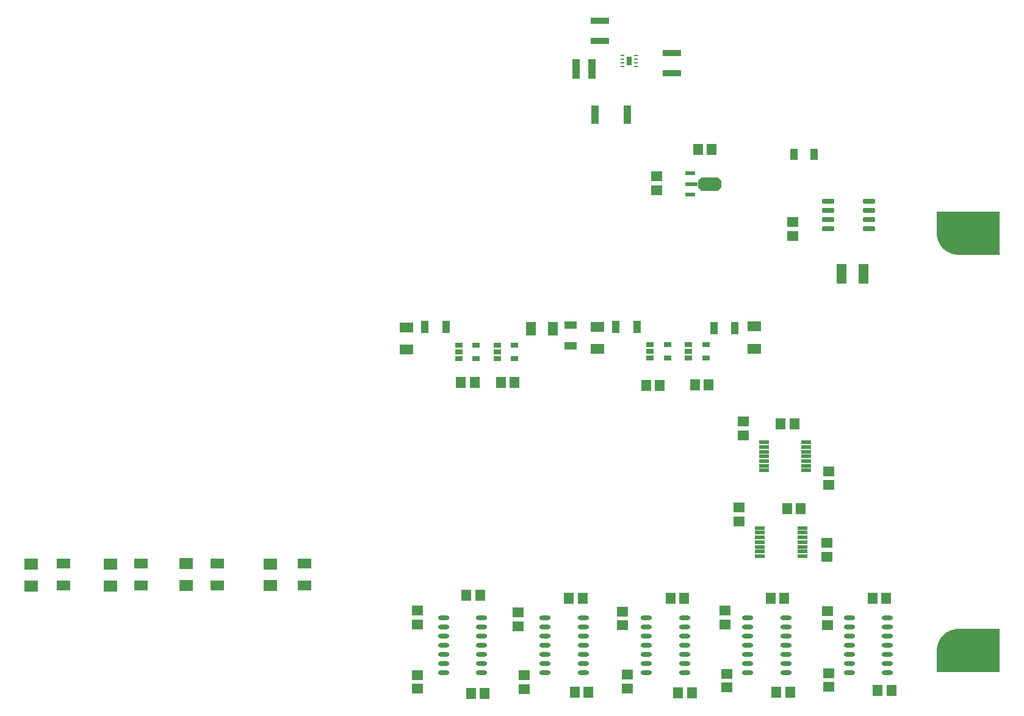
<source format=gbr>
%TF.GenerationSoftware,Altium Limited,Altium Designer,19.0.15 (446)*%
G04 Layer_Color=8421504*
%FSLAX26Y26*%
%MOIN*%
%TF.FileFunction,Paste,Top*%
%TF.Part,Single*%
G01*
G75*
%TA.AperFunction,SMDPad,CuDef*%
G04:AMPARAMS|DCode=10|XSize=74.803mil|YSize=125.984mil|CornerRadius=0mil|HoleSize=0mil|Usage=FLASHONLY|Rotation=90.000|XOffset=0mil|YOffset=0mil|HoleType=Round|Shape=Octagon|*
%AMOCTAGOND10*
4,1,8,-0.062992,-0.018701,-0.062992,0.018701,-0.044291,0.037402,0.044291,0.037402,0.062992,0.018701,0.062992,-0.018701,0.044291,-0.037402,-0.044291,-0.037402,-0.062992,-0.018701,0.0*
%
%ADD10OCTAGOND10*%

%ADD11R,0.055118X0.023622*%
%ADD12R,0.070866X0.023622*%
G04:AMPARAMS|DCode=15|XSize=25.591mil|YSize=64.961mil|CornerRadius=1.919mil|HoleSize=0mil|Usage=FLASHONLY|Rotation=90.000|XOffset=0mil|YOffset=0mil|HoleType=Round|Shape=RoundedRectangle|*
%AMROUNDEDRECTD15*
21,1,0.025591,0.061122,0,0,90.0*
21,1,0.021752,0.064961,0,0,90.0*
1,1,0.003839,0.030561,0.010876*
1,1,0.003839,0.030561,-0.010876*
1,1,0.003839,-0.030561,-0.010876*
1,1,0.003839,-0.030561,0.010876*
%
%ADD15ROUNDEDRECTD15*%
%ADD16R,0.043307X0.025591*%
G04:AMPARAMS|DCode=17|XSize=17.716mil|YSize=55.118mil|CornerRadius=1.949mil|HoleSize=0mil|Usage=FLASHONLY|Rotation=90.000|XOffset=0mil|YOffset=0mil|HoleType=Round|Shape=RoundedRectangle|*
%AMROUNDEDRECTD17*
21,1,0.017716,0.051221,0,0,90.0*
21,1,0.013819,0.055118,0,0,90.0*
1,1,0.003898,0.025610,0.006910*
1,1,0.003898,0.025610,-0.006910*
1,1,0.003898,-0.025610,-0.006910*
1,1,0.003898,-0.025610,0.006910*
%
%ADD17ROUNDEDRECTD17*%
%ADD18O,0.061024X0.023622*%
%ADD19R,0.074803X0.059055*%
%ADD20R,0.072835X0.053150*%
%ADD21R,0.041339X0.102362*%
%ADD22R,0.043307X0.064961*%
%ADD23R,0.057087X0.110236*%
%ADD24R,0.066929X0.043307*%
%ADD25R,0.053150X0.072835*%
%ADD26R,0.043307X0.066929*%
%ADD27R,0.078740X0.078740*%
%ADD28R,0.039370X0.106299*%
%ADD29R,0.055301X0.061268*%
%ADD30R,0.061268X0.055301*%
%ADD31R,0.102362X0.037402*%
%TA.AperFunction,NonConductor*%
%ADD62R,0.019685X0.009842*%
%ADD63R,0.027559X0.051181*%
G36*
X5713405Y196058D02*
X5370688D01*
Y314168D01*
Y321909D01*
X5372709Y337260D01*
X5376716Y352215D01*
X5382641Y366519D01*
X5390383Y379927D01*
X5399808Y392211D01*
X5410756Y403159D01*
X5423039Y412584D01*
X5436448Y420325D01*
X5450752Y426250D01*
X5465707Y430257D01*
X5481057Y432278D01*
X5488798D01*
X5713405Y432278D01*
Y196058D01*
D02*
G37*
G36*
Y2475979D02*
X5481057D01*
X5465707Y2478000D01*
X5450752Y2482007D01*
X5436448Y2487932D01*
X5423039Y2495673D01*
X5410756Y2505099D01*
X5399808Y2516047D01*
X5390383Y2528330D01*
X5382641Y2541738D01*
X5376716Y2556043D01*
X5372709Y2570998D01*
X5370688Y2586348D01*
Y2594089D01*
Y2712200D01*
X5713405D01*
Y2475979D01*
D02*
G37*
D10*
X4129134Y2863780D02*
D03*
D11*
X4022835Y2804724D02*
D03*
Y2922835D02*
D03*
D12*
X4030709Y2863780D02*
D03*
D15*
X4999016Y2619814D02*
D03*
Y2669814D02*
D03*
Y2719814D02*
D03*
Y2769814D02*
D03*
X4776575Y2619814D02*
D03*
Y2669814D02*
D03*
Y2719814D02*
D03*
Y2769814D02*
D03*
D16*
X2969855Y1983071D02*
D03*
Y1945670D02*
D03*
Y1908268D02*
D03*
X3064344D02*
D03*
Y1983071D02*
D03*
X2760407D02*
D03*
Y1945670D02*
D03*
Y1908268D02*
D03*
X2854895D02*
D03*
Y1983071D02*
D03*
X4014341Y1986221D02*
D03*
Y1948819D02*
D03*
Y1911418D02*
D03*
X4108829D02*
D03*
Y1986221D02*
D03*
X3804892D02*
D03*
Y1948819D02*
D03*
Y1911418D02*
D03*
X3899381D02*
D03*
Y1986221D02*
D03*
D17*
X4404331Y983465D02*
D03*
Y957874D02*
D03*
Y932284D02*
D03*
Y906693D02*
D03*
Y881102D02*
D03*
Y855512D02*
D03*
Y829921D02*
D03*
X4636614Y983465D02*
D03*
Y957874D02*
D03*
Y932284D02*
D03*
Y906693D02*
D03*
Y881102D02*
D03*
Y855512D02*
D03*
Y829921D02*
D03*
X4425197Y1451575D02*
D03*
Y1425984D02*
D03*
Y1400394D02*
D03*
Y1374803D02*
D03*
Y1349213D02*
D03*
Y1323622D02*
D03*
Y1298032D02*
D03*
X4657480Y1451575D02*
D03*
Y1425984D02*
D03*
Y1400394D02*
D03*
Y1374803D02*
D03*
Y1349213D02*
D03*
Y1323622D02*
D03*
Y1298032D02*
D03*
D18*
X4892411Y493766D02*
D03*
Y443766D02*
D03*
Y393766D02*
D03*
Y343766D02*
D03*
Y293766D02*
D03*
Y243766D02*
D03*
Y193766D02*
D03*
X5101072Y493766D02*
D03*
Y443766D02*
D03*
Y393766D02*
D03*
Y343766D02*
D03*
Y293766D02*
D03*
Y243766D02*
D03*
Y193766D02*
D03*
X4338304Y493766D02*
D03*
Y443766D02*
D03*
Y393766D02*
D03*
Y343766D02*
D03*
Y293766D02*
D03*
Y243766D02*
D03*
Y193766D02*
D03*
X4546966Y493766D02*
D03*
Y443766D02*
D03*
Y393766D02*
D03*
Y343766D02*
D03*
Y293766D02*
D03*
Y243766D02*
D03*
Y193766D02*
D03*
X3784197Y493766D02*
D03*
Y443766D02*
D03*
Y393766D02*
D03*
Y343766D02*
D03*
Y293766D02*
D03*
Y243766D02*
D03*
Y193766D02*
D03*
X3992859Y493766D02*
D03*
Y443766D02*
D03*
Y393766D02*
D03*
Y343766D02*
D03*
Y293766D02*
D03*
Y243766D02*
D03*
Y193766D02*
D03*
X3230091Y493766D02*
D03*
Y443766D02*
D03*
Y393766D02*
D03*
Y343766D02*
D03*
Y293766D02*
D03*
Y243766D02*
D03*
Y193766D02*
D03*
X3438752Y493766D02*
D03*
Y443766D02*
D03*
Y393766D02*
D03*
Y343766D02*
D03*
Y293766D02*
D03*
Y243766D02*
D03*
Y193766D02*
D03*
X2675984Y493766D02*
D03*
Y443766D02*
D03*
Y393766D02*
D03*
Y343766D02*
D03*
Y293766D02*
D03*
Y243766D02*
D03*
Y193766D02*
D03*
X2884646Y493766D02*
D03*
Y443766D02*
D03*
Y393766D02*
D03*
Y343766D02*
D03*
Y293766D02*
D03*
Y243766D02*
D03*
Y193766D02*
D03*
D19*
X1270866Y787797D02*
D03*
Y669687D02*
D03*
X1729921Y786221D02*
D03*
Y668111D02*
D03*
X424016Y785434D02*
D03*
Y667323D02*
D03*
X857480Y785040D02*
D03*
Y666930D02*
D03*
D20*
X1440945Y790749D02*
D03*
Y670670D02*
D03*
X1915354Y789174D02*
D03*
Y669095D02*
D03*
X600394Y788386D02*
D03*
Y668308D02*
D03*
X1024803Y787993D02*
D03*
Y667914D02*
D03*
X2474803Y2079331D02*
D03*
Y1959252D02*
D03*
X4374016Y2084449D02*
D03*
Y1964370D02*
D03*
X3517716Y2081299D02*
D03*
Y1961220D02*
D03*
D21*
X3503543Y3244095D02*
D03*
X3680709D02*
D03*
D22*
X4701378Y3026772D02*
D03*
X4589173D02*
D03*
D23*
X4970276Y2372441D02*
D03*
X4850197D02*
D03*
D24*
X3371449Y1979528D02*
D03*
Y2093701D02*
D03*
D25*
X3272030Y2071260D02*
D03*
X3151951D02*
D03*
D26*
X2688583Y2083071D02*
D03*
X2574410D02*
D03*
X4152362Y2076378D02*
D03*
X4266535D02*
D03*
X3732284Y2082677D02*
D03*
X3618110D02*
D03*
D27*
X5621279Y2594129D02*
D03*
Y314129D02*
D03*
D28*
X3399213Y3492913D02*
D03*
X3485827D02*
D03*
D29*
X4065215Y3053012D02*
D03*
X4140080D02*
D03*
X2988945Y1779921D02*
D03*
X3063810D02*
D03*
X2770835D02*
D03*
X2845700D02*
D03*
X4049575Y1766142D02*
D03*
X4124440D02*
D03*
X3782253Y1764173D02*
D03*
X3857117D02*
D03*
X4627196Y1089370D02*
D03*
X4552331D02*
D03*
X4592157Y1554069D02*
D03*
X4517292D02*
D03*
X5122078Y94488D02*
D03*
X5047213D02*
D03*
X5094913Y600000D02*
D03*
X5020048D02*
D03*
X4569322Y86221D02*
D03*
X4494457D02*
D03*
X4537826Y599213D02*
D03*
X4462961D02*
D03*
X4033102Y82284D02*
D03*
X3958237D02*
D03*
X3991369Y600000D02*
D03*
X3916505D02*
D03*
X3466960Y85827D02*
D03*
X3392095D02*
D03*
X3435858Y599213D02*
D03*
X3360993D02*
D03*
X2900031Y79921D02*
D03*
X2825166D02*
D03*
X2875228Y614961D02*
D03*
X2800363D02*
D03*
D30*
X3841339Y2904755D02*
D03*
Y2829890D02*
D03*
X4584537Y2579753D02*
D03*
Y2654618D02*
D03*
X4288583Y1020835D02*
D03*
Y1095700D02*
D03*
X4313779Y1490914D02*
D03*
Y1565779D02*
D03*
X4769685Y902393D02*
D03*
Y827528D02*
D03*
X4779921Y1292944D02*
D03*
Y1218079D02*
D03*
X4780709Y114930D02*
D03*
Y189795D02*
D03*
X4773622Y528377D02*
D03*
Y453512D02*
D03*
X4223622Y112174D02*
D03*
Y187039D02*
D03*
X4214961Y531527D02*
D03*
Y456662D02*
D03*
X3678740Y107056D02*
D03*
Y181921D02*
D03*
X3651968Y526409D02*
D03*
Y451544D02*
D03*
X3117323Y103119D02*
D03*
Y177984D02*
D03*
X3084646Y521291D02*
D03*
Y446426D02*
D03*
X2535039Y105906D02*
D03*
Y180770D02*
D03*
X2533465Y531133D02*
D03*
Y456268D02*
D03*
D31*
X3922441Y3578346D02*
D03*
Y3468110D02*
D03*
X3531496Y3646457D02*
D03*
Y3756693D02*
D03*
D62*
X3651891Y3506025D02*
D03*
Y3525710D02*
D03*
Y3545393D02*
D03*
Y3565078D02*
D03*
X3726691D02*
D03*
Y3545393D02*
D03*
Y3506025D02*
D03*
Y3525710D02*
D03*
D63*
X3689291Y3535552D02*
D03*
%TF.MD5,8f93063a7f5bab5243f89f7fe7da7895*%
M02*

</source>
